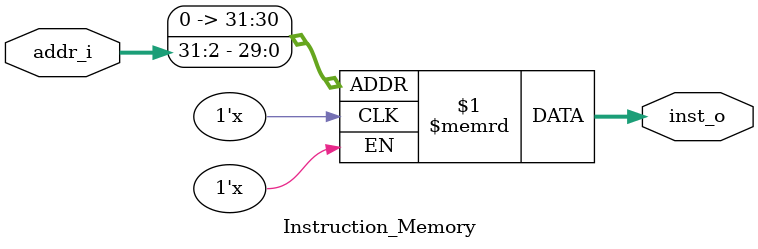
<source format=v>
module Instruction_Memory
(
	addr_i, 
	inst_o
);

// Interface
input	[31:0]		addr_i;
output	[31:0]		inst_o;

// Instruction memory
reg		[31:0]		memory	[0:255];

assign	inst_o = memory[addr_i>>2];  

endmodule

</source>
